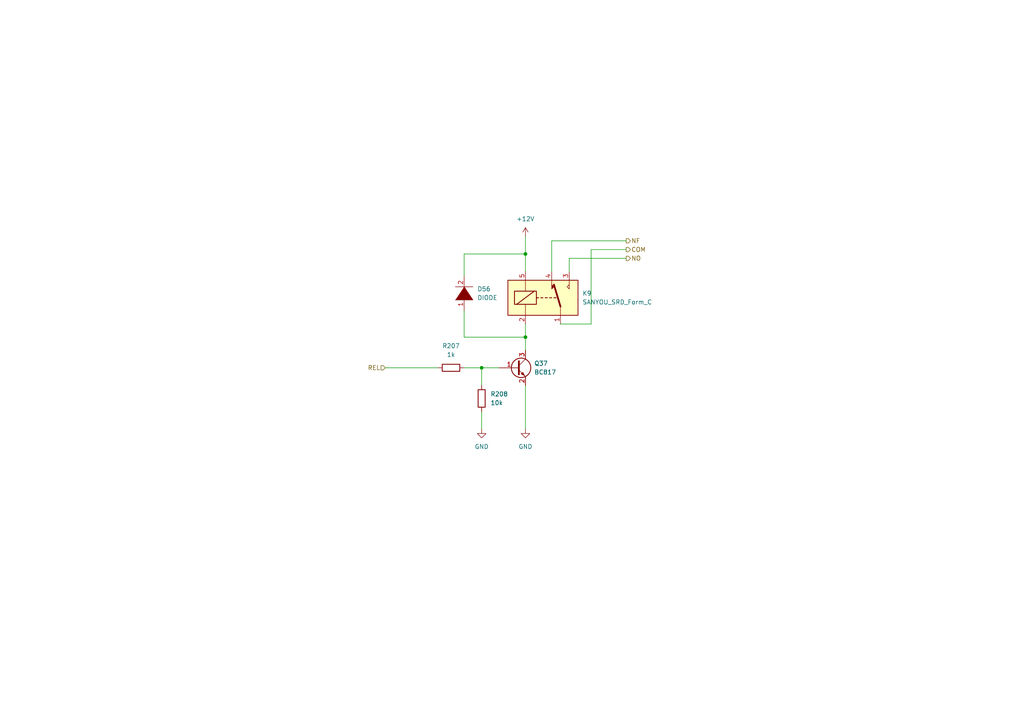
<source format=kicad_sch>
(kicad_sch (version 20211123) (generator eeschema)
  (paper "A4")
  (lib_symbols
    (symbol "Device:R" (pin_numbers hide) (pin_names (offset 0))
      (property "Reference" "R" (at 2.032 0 90))
      (property "Value" "R" (at 0 0 90))
      (symbol "R_0_1"
        (rectangle (start -1.016 -2.54) (end 1.016 2.54) (stroke (width 0.254)))
      )
      (symbol "R_1_1"
        (pin passive line (at 0 3.81 270) (length 1.27) (name "~") (number "1"))
        (pin passive line (at 0 -3.81 90) (length 1.27) (name "~") (number "2"))
      )
    )
    (symbol "Relay:SANYOU_SRD_Form_C"
      (property "Reference" "K" (at 11.43 3.81 0))
      (property "Value" "SANYOU_SRD_Form_C" (at 11.43 1.27 0))
      (symbol "SANYOU_SRD_Form_C_0_0"
        (polyline (pts (xy 7.62 5.08) (xy 7.62 2.54) (xy 6.985 3.175) (xy 7.62 3.81)))
      )
      (symbol "SANYOU_SRD_Form_C_0_1"
        (rectangle (start -10.16 5.08) (end 10.16 -5.08) (stroke (width 0.254)) (fill (type background)))
        (rectangle (start -8.255 1.905) (end -1.905 -1.905) (stroke (width 0.254)))
        (polyline (pts (xy -7.62 -1.905) (xy -2.54 1.905)) (stroke (width 0.254)))
        (polyline (pts (xy -5.08 -5.08) (xy -5.08 -1.905)))
        (polyline (pts (xy -5.08 5.08) (xy -5.08 1.905)))
        (polyline (pts (xy -1.905 0) (xy -1.27 0)) (stroke (width 0.254)))
        (polyline (pts (xy -0.635 0) (xy 0 0)) (stroke (width 0.254)))
        (polyline (pts (xy 0.635 0) (xy 1.27 0)) (stroke (width 0.254)))
        (polyline (pts (xy 1.905 0) (xy 2.54 0)) (stroke (width 0.254)))
        (polyline (pts (xy 3.175 0) (xy 3.81 0)) (stroke (width 0.254)))
        (polyline (pts (xy 5.08 -2.54) (xy 3.175 3.81)) (stroke (width 0.508)))
        (polyline (pts (xy 5.08 -2.54) (xy 5.08 -5.08)))
      )
      (symbol "SANYOU_SRD_Form_C_1_1"
        (polyline (pts (xy 2.54 3.81) (xy 3.175 3.175) (xy 2.54 2.54) (xy 2.54 5.08)) (fill (type outline)))
        (pin passive line (at 5.08 -7.62 90) (length 2.54) (name "~") (number "1"))
        (pin passive line (at -5.08 -7.62 90) (length 2.54) (name "~") (number "2"))
        (pin passive line (at 7.62 7.62 270) (length 2.54) (name "~") (number "3"))
        (pin passive line (at 2.54 7.62 270) (length 2.54) (name "~") (number "4"))
        (pin passive line (at -5.08 7.62 270) (length 2.54) (name "~") (number "5"))
      )
    )
    (symbol "Transistor_BJT:BC817" (pin_names (offset 0) hide)
      (property "Reference" "Q" (at 5.08 1.905 0))
      (property "Value" "BC817" (at 5.08 0 0))
      (symbol "BC817_0_1"
        (polyline (pts (xy 0.635 0.635) (xy 2.54 2.54)))
        (polyline (pts (xy 0.635 -0.635) (xy 2.54 -2.54) (xy 2.54 -2.54)))
        (polyline (pts (xy 0.635 1.905) (xy 0.635 -1.905) (xy 0.635 -1.905)) (stroke (width 0.508)))
        (polyline (pts (xy 1.27 -1.778) (xy 1.778 -1.27) (xy 2.286 -2.286) (xy 1.27 -1.778) (xy 1.27 -1.778)) (fill (type outline)))
        (circle (center 1.27 0) (radius 2.8194) (stroke (width 0.254)))
      )
      (symbol "BC817_1_1"
        (pin input line (at -5.08 0 0) (length 5.715) (name "B") (number "1"))
        (pin passive line (at 2.54 -5.08 90) (length 2.54) (name "E") (number "2"))
        (pin passive line (at 2.54 5.08 270) (length 2.54) (name "C") (number "3"))
      )
    )
    (symbol "power:+12V" (power) (pin_names (offset 0))
      (property "Value" "+12V" (at 0 3.556 0))
      (symbol "+12V_0_1"
        (polyline (pts (xy -0.762 1.27) (xy 0 2.54)))
        (polyline (pts (xy 0 0) (xy 0 2.54)))
        (polyline (pts (xy 0 2.54) (xy 0.762 1.27)))
      )
      (symbol "+12V_1_1"
        (pin power_in line (at 0 0 90) (length 0) hide (name "+12V") (number "1"))
      )
    )
    (symbol "power:GND" (power) (pin_names (offset 0))
      (property "Value" "GND" (at 0 -3.81 0))
      (symbol "GND_0_1"
        (polyline (pts (xy 0 0) (xy 0 -1.27) (xy 1.27 -1.27) (xy 0 -2.54) (xy -1.27 -1.27) (xy 0 -1.27)))
      )
      (symbol "GND_1_1"
        (pin power_in line (at 0 0 270) (length 0) hide (name "GND") (number "1"))
      )
    )
    (symbol "pspice:DIODE" (pin_names (offset 1.016) hide)
      (property "Reference" "D" (at 0 3.81 0))
      (property "Value" "DIODE" (at 0 -4.445 0))
      (symbol "DIODE_0_1"
        (polyline (pts (xy 1.905 2.54) (xy 1.905 -2.54)))
        (polyline (pts (xy -1.905 2.54) (xy -1.905 -2.54) (xy 1.905 0)) (fill (type outline)))
      )
      (symbol "DIODE_1_1"
        (pin input line (at -5.08 0 0) (length 3.81) (name "K") (number "1"))
        (pin input line (at 5.08 0 180) (length 3.81) (name "A") (number "2"))
      )
    )
  )
  (junction (at 152.4 73.66))
  (junction (at 152.4 97.79))
  (junction (at 139.7 106.68))
  (wire (pts (xy 134.62 90.17) (xy 134.62 97.79)))
  (wire (pts (xy 152.4 111.76) (xy 152.4 124.46)))
  (wire (pts (xy 165.1 78.74) (xy 165.1 74.93)))
  (wire (pts (xy 134.62 73.66) (xy 134.62 80.01)))
  (wire (pts (xy 171.45 93.98) (xy 171.45 72.39)))
  (wire (pts (xy 152.4 97.79) (xy 152.4 101.6)))
  (wire (pts (xy 139.7 119.38) (xy 139.7 124.46)))
  (wire (pts (xy 160.02 69.85) (xy 160.02 78.74)))
  (wire (pts (xy 134.62 97.79) (xy 152.4 97.79)))
  (wire (pts (xy 152.4 73.66) (xy 152.4 78.74)))
  (wire (pts (xy 165.1 74.93) (xy 181.61 74.93)))
  (wire (pts (xy 139.7 106.68) (xy 139.7 111.76)))
  (wire (pts (xy 139.7 106.68) (xy 144.78 106.68)))
  (wire (pts (xy 171.45 72.39) (xy 181.61 72.39)))
  (wire (pts (xy 152.4 93.98) (xy 152.4 97.79)))
  (wire (pts (xy 160.02 69.85) (xy 181.61 69.85)))
  (wire (pts (xy 162.56 93.98) (xy 171.45 93.98)))
  (wire (pts (xy 152.4 73.66) (xy 134.62 73.66)))
  (wire (pts (xy 134.62 106.68) (xy 139.7 106.68)))
  (wire (pts (xy 111.76 106.68) (xy 127 106.68)))
  (wire (pts (xy 152.4 68.58) (xy 152.4 73.66)))
  (hierarchical_label "NO" (shape output) (at 181.61 74.93 0))
  (hierarchical_label "NF" (shape output) (at 181.61 69.85 0))
  (hierarchical_label "COM" (shape output) (at 181.61 72.39 0))
  (hierarchical_label "REL" (shape input) (at 111.76 106.68 180))
  (symbol (lib_id "Device:R") (at 139.7 115.57 0)
    (property "Reference" "R208" (at 142.24 114.2999 0) (effects (justify left)))
    (property "Value" "10k" (at 142.24 116.8399 0) (effects (justify left)))
    (property "Footprint" "Resistor_SMD:R_0805_2012Metric_Pad1.20x1.40mm_HandSolder" (effects hide))
  )
  (symbol (lib_id "power:GND") (at 152.4 124.46 0)
    (property "Reference" "#PWR0319" (effects hide))
    (property "Value" "GND" (at 152.4 129.54 0))
  )
  (symbol (lib_id "pspice:DIODE") (at 134.62 85.09 90)
    (property "Reference" "D56" (at 138.43 83.8199 90) (effects (justify right)))
    (property "Value" "DIODE" (at 138.43 86.3599 90) (effects (justify right)))
    (property "Footprint" "Diode_SMD:D_MiniMELF" (effects hide))
  )
  (symbol (lib_id "power:+12V") (at 152.4 68.58 0)
    (property "Reference" "#PWR0321" (effects hide))
    (property "Value" "+12V" (at 152.4 63.5 0))
  )
  (symbol (lib_id "power:GND") (at 139.7 124.46 0)
    (property "Reference" "#PWR0320" (effects hide))
    (property "Value" "GND" (at 139.7 129.54 0))
  )
  (symbol (lib_id "Device:R") (at 130.81 106.68 90)
    (property "Reference" "R207" (at 130.81 100.33 90))
    (property "Value" "1k" (at 130.81 102.87 90))
    (property "Footprint" "Resistor_SMD:R_0805_2012Metric_Pad1.20x1.40mm_HandSolder" (effects hide))
  )
  (symbol (lib_id "Relay:SANYOU_SRD_Form_C") (at 157.48 86.36 0)
    (property "Reference" "K9" (at 168.91 85.0899 0) (effects (justify left)))
    (property "Value" "SANYOU_SRD_Form_C" (at 168.91 87.6299 0) (effects (justify left)))
    (property "Footprint" "Relay_THT:Relay_SPDT_SANYOU_SRD_Series_Form_C" (effects hide))
    (property "Datasheet" "http://www.sanyourelay.ca/public/products/pdf/SRD.pdf" (effects hide))
  )
  (symbol (lib_id "Transistor_BJT:BC817") (at 149.86 106.68 0)
    (property "Reference" "Q37" (at 154.94 105.4099 0) (effects (justify left)))
    (property "Value" "BC817" (at 154.94 107.9499 0) (effects (justify left)))
    (property "Footprint" "Package_TO_SOT_SMD:SOT-23" (effects hide))
    (property "Datasheet" "https://www.onsemi.com/pub/Collateral/BC818-D.pdf" (effects hide))
  )
)
</source>
